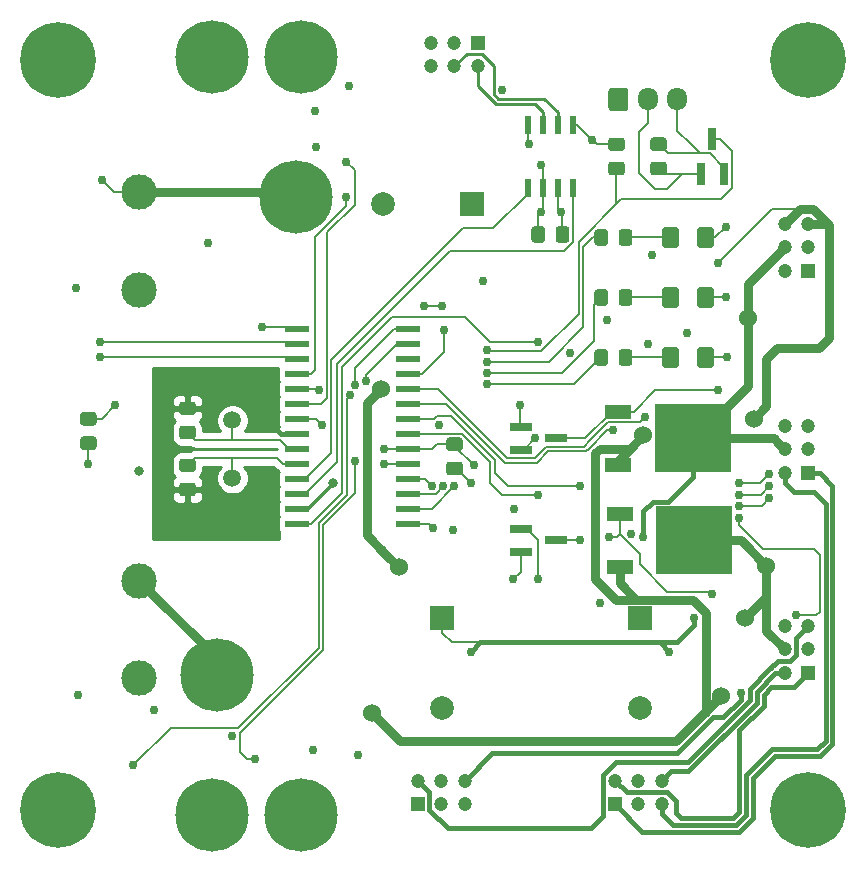
<source format=gtl>
G04 #@! TF.GenerationSoftware,KiCad,Pcbnew,(5.1.6)-1*
G04 #@! TF.CreationDate,2020-10-05T11:52:13-04:00*
G04 #@! TF.ProjectId,recovery_CAN,7265636f-7665-4727-995f-43414e2e6b69,rev?*
G04 #@! TF.SameCoordinates,Original*
G04 #@! TF.FileFunction,Copper,L1,Top*
G04 #@! TF.FilePolarity,Positive*
%FSLAX46Y46*%
G04 Gerber Fmt 4.6, Leading zero omitted, Abs format (unit mm)*
G04 Created by KiCad (PCBNEW (5.1.6)-1) date 2020-10-05 11:52:13*
%MOMM*%
%LPD*%
G01*
G04 APERTURE LIST*
G04 #@! TA.AperFunction,ComponentPad*
%ADD10C,1.500000*%
G04 #@! TD*
G04 #@! TA.AperFunction,ComponentPad*
%ADD11C,3.000000*%
G04 #@! TD*
G04 #@! TA.AperFunction,ComponentPad*
%ADD12C,2.000000*%
G04 #@! TD*
G04 #@! TA.AperFunction,ComponentPad*
%ADD13R,2.000000X2.000000*%
G04 #@! TD*
G04 #@! TA.AperFunction,SMDPad,CuDef*
%ADD14R,2.000000X0.600000*%
G04 #@! TD*
G04 #@! TA.AperFunction,ComponentPad*
%ADD15C,1.200000*%
G04 #@! TD*
G04 #@! TA.AperFunction,ComponentPad*
%ADD16R,1.200000X1.200000*%
G04 #@! TD*
G04 #@! TA.AperFunction,SMDPad,CuDef*
%ADD17R,0.600000X1.550000*%
G04 #@! TD*
G04 #@! TA.AperFunction,SMDPad,CuDef*
%ADD18R,1.900000X0.800000*%
G04 #@! TD*
G04 #@! TA.AperFunction,SMDPad,CuDef*
%ADD19R,6.400000X5.800000*%
G04 #@! TD*
G04 #@! TA.AperFunction,SMDPad,CuDef*
%ADD20R,2.200000X1.200000*%
G04 #@! TD*
G04 #@! TA.AperFunction,ComponentPad*
%ADD21C,6.197600*%
G04 #@! TD*
G04 #@! TA.AperFunction,SMDPad,CuDef*
%ADD22R,0.800000X1.900000*%
G04 #@! TD*
G04 #@! TA.AperFunction,ComponentPad*
%ADD23C,6.400000*%
G04 #@! TD*
G04 #@! TA.AperFunction,ComponentPad*
%ADD24O,1.700000X1.950000*%
G04 #@! TD*
G04 #@! TA.AperFunction,ViaPad*
%ADD25C,0.762000*%
G04 #@! TD*
G04 #@! TA.AperFunction,ViaPad*
%ADD26C,1.524000*%
G04 #@! TD*
G04 #@! TA.AperFunction,ViaPad*
%ADD27C,0.800000*%
G04 #@! TD*
G04 #@! TA.AperFunction,Conductor*
%ADD28C,0.203200*%
G04 #@! TD*
G04 #@! TA.AperFunction,Conductor*
%ADD29C,0.762000*%
G04 #@! TD*
G04 #@! TA.AperFunction,Conductor*
%ADD30C,0.381000*%
G04 #@! TD*
G04 #@! TA.AperFunction,Conductor*
%ADD31C,0.250000*%
G04 #@! TD*
G04 #@! TA.AperFunction,Conductor*
%ADD32C,0.254000*%
G04 #@! TD*
G04 APERTURE END LIST*
D10*
X197612000Y-95304000D03*
X197612000Y-90424000D03*
D11*
X189738000Y-104018000D03*
X189738000Y-112268000D03*
D12*
X210332000Y-72136000D03*
D13*
X217932000Y-72136000D03*
D14*
X212472000Y-82677000D03*
X212472000Y-83947000D03*
X212472000Y-85217000D03*
X212472000Y-86487000D03*
X212472000Y-87757000D03*
X212472000Y-89027000D03*
X212472000Y-90297000D03*
X212472000Y-91567000D03*
X212472000Y-92837000D03*
X212472000Y-94107000D03*
X212472000Y-95377000D03*
X212472000Y-96647000D03*
X212472000Y-97917000D03*
X212472000Y-99187000D03*
X203072000Y-99187000D03*
X203072000Y-97917000D03*
X203072000Y-96647000D03*
X203072000Y-95377000D03*
X203072000Y-94107000D03*
X203072000Y-92837000D03*
X203072000Y-91567000D03*
X203072000Y-90297000D03*
X203072000Y-89027000D03*
X203072000Y-87757000D03*
X203072000Y-86487000D03*
X203072000Y-85217000D03*
X203072000Y-83947000D03*
X203072000Y-82677000D03*
D15*
X244364000Y-94876000D03*
X244364000Y-92876000D03*
X244364000Y-90876000D03*
X246364000Y-90876000D03*
D16*
X246364000Y-94876000D03*
D15*
X246364000Y-92876000D03*
G04 #@! TA.AperFunction,SMDPad,CuDef*
G36*
G01*
X236958500Y-80635000D02*
X236958500Y-79385000D01*
G75*
G02*
X237208500Y-79135000I250000J0D01*
G01*
X238133500Y-79135000D01*
G75*
G02*
X238383500Y-79385000I0J-250000D01*
G01*
X238383500Y-80635000D01*
G75*
G02*
X238133500Y-80885000I-250000J0D01*
G01*
X237208500Y-80885000D01*
G75*
G02*
X236958500Y-80635000I0J250000D01*
G01*
G37*
G04 #@! TD.AperFunction*
G04 #@! TA.AperFunction,SMDPad,CuDef*
G36*
G01*
X233983500Y-80635000D02*
X233983500Y-79385000D01*
G75*
G02*
X234233500Y-79135000I250000J0D01*
G01*
X235158500Y-79135000D01*
G75*
G02*
X235408500Y-79385000I0J-250000D01*
G01*
X235408500Y-80635000D01*
G75*
G02*
X235158500Y-80885000I-250000J0D01*
G01*
X234233500Y-80885000D01*
G75*
G02*
X233983500Y-80635000I0J250000D01*
G01*
G37*
G04 #@! TD.AperFunction*
G04 #@! TA.AperFunction,SMDPad,CuDef*
G36*
G01*
X236958500Y-75555000D02*
X236958500Y-74305000D01*
G75*
G02*
X237208500Y-74055000I250000J0D01*
G01*
X238133500Y-74055000D01*
G75*
G02*
X238383500Y-74305000I0J-250000D01*
G01*
X238383500Y-75555000D01*
G75*
G02*
X238133500Y-75805000I-250000J0D01*
G01*
X237208500Y-75805000D01*
G75*
G02*
X236958500Y-75555000I0J250000D01*
G01*
G37*
G04 #@! TD.AperFunction*
G04 #@! TA.AperFunction,SMDPad,CuDef*
G36*
G01*
X233983500Y-75555000D02*
X233983500Y-74305000D01*
G75*
G02*
X234233500Y-74055000I250000J0D01*
G01*
X235158500Y-74055000D01*
G75*
G02*
X235408500Y-74305000I0J-250000D01*
G01*
X235408500Y-75555000D01*
G75*
G02*
X235158500Y-75805000I-250000J0D01*
G01*
X234233500Y-75805000D01*
G75*
G02*
X233983500Y-75555000I0J250000D01*
G01*
G37*
G04 #@! TD.AperFunction*
G04 #@! TA.AperFunction,SMDPad,CuDef*
G36*
G01*
X236958500Y-85715000D02*
X236958500Y-84465000D01*
G75*
G02*
X237208500Y-84215000I250000J0D01*
G01*
X238133500Y-84215000D01*
G75*
G02*
X238383500Y-84465000I0J-250000D01*
G01*
X238383500Y-85715000D01*
G75*
G02*
X238133500Y-85965000I-250000J0D01*
G01*
X237208500Y-85965000D01*
G75*
G02*
X236958500Y-85715000I0J250000D01*
G01*
G37*
G04 #@! TD.AperFunction*
G04 #@! TA.AperFunction,SMDPad,CuDef*
G36*
G01*
X233983500Y-85715000D02*
X233983500Y-84465000D01*
G75*
G02*
X234233500Y-84215000I250000J0D01*
G01*
X235158500Y-84215000D01*
G75*
G02*
X235408500Y-84465000I0J-250000D01*
G01*
X235408500Y-85715000D01*
G75*
G02*
X235158500Y-85965000I-250000J0D01*
G01*
X234233500Y-85965000D01*
G75*
G02*
X233983500Y-85715000I0J250000D01*
G01*
G37*
G04 #@! TD.AperFunction*
G04 #@! TA.AperFunction,SMDPad,CuDef*
G36*
G01*
X194252001Y-89974000D02*
X193351999Y-89974000D01*
G75*
G02*
X193102000Y-89724001I0J249999D01*
G01*
X193102000Y-89073999D01*
G75*
G02*
X193351999Y-88824000I249999J0D01*
G01*
X194252001Y-88824000D01*
G75*
G02*
X194502000Y-89073999I0J-249999D01*
G01*
X194502000Y-89724001D01*
G75*
G02*
X194252001Y-89974000I-249999J0D01*
G01*
G37*
G04 #@! TD.AperFunction*
G04 #@! TA.AperFunction,SMDPad,CuDef*
G36*
G01*
X194252001Y-92024000D02*
X193351999Y-92024000D01*
G75*
G02*
X193102000Y-91774001I0J249999D01*
G01*
X193102000Y-91123999D01*
G75*
G02*
X193351999Y-90874000I249999J0D01*
G01*
X194252001Y-90874000D01*
G75*
G02*
X194502000Y-91123999I0J-249999D01*
G01*
X194502000Y-91774001D01*
G75*
G02*
X194252001Y-92024000I-249999J0D01*
G01*
G37*
G04 #@! TD.AperFunction*
G04 #@! TA.AperFunction,SMDPad,CuDef*
G36*
G01*
X193351999Y-95700000D02*
X194252001Y-95700000D01*
G75*
G02*
X194502000Y-95949999I0J-249999D01*
G01*
X194502000Y-96600001D01*
G75*
G02*
X194252001Y-96850000I-249999J0D01*
G01*
X193351999Y-96850000D01*
G75*
G02*
X193102000Y-96600001I0J249999D01*
G01*
X193102000Y-95949999D01*
G75*
G02*
X193351999Y-95700000I249999J0D01*
G01*
G37*
G04 #@! TD.AperFunction*
G04 #@! TA.AperFunction,SMDPad,CuDef*
G36*
G01*
X193351999Y-93650000D02*
X194252001Y-93650000D01*
G75*
G02*
X194502000Y-93899999I0J-249999D01*
G01*
X194502000Y-94550001D01*
G75*
G02*
X194252001Y-94800000I-249999J0D01*
G01*
X193351999Y-94800000D01*
G75*
G02*
X193102000Y-94550001I0J249999D01*
G01*
X193102000Y-93899999D01*
G75*
G02*
X193351999Y-93650000I249999J0D01*
G01*
G37*
G04 #@! TD.AperFunction*
G04 #@! TA.AperFunction,SMDPad,CuDef*
G36*
G01*
X224077000Y-74225999D02*
X224077000Y-75126001D01*
G75*
G02*
X223827001Y-75376000I-249999J0D01*
G01*
X223176999Y-75376000D01*
G75*
G02*
X222927000Y-75126001I0J249999D01*
G01*
X222927000Y-74225999D01*
G75*
G02*
X223176999Y-73976000I249999J0D01*
G01*
X223827001Y-73976000D01*
G75*
G02*
X224077000Y-74225999I0J-249999D01*
G01*
G37*
G04 #@! TD.AperFunction*
G04 #@! TA.AperFunction,SMDPad,CuDef*
G36*
G01*
X226127000Y-74225999D02*
X226127000Y-75126001D01*
G75*
G02*
X225877001Y-75376000I-249999J0D01*
G01*
X225226999Y-75376000D01*
G75*
G02*
X224977000Y-75126001I0J249999D01*
G01*
X224977000Y-74225999D01*
G75*
G02*
X225226999Y-73976000I249999J0D01*
G01*
X225877001Y-73976000D01*
G75*
G02*
X226127000Y-74225999I0J-249999D01*
G01*
G37*
G04 #@! TD.AperFunction*
G04 #@! TA.AperFunction,SMDPad,CuDef*
G36*
G01*
X216858001Y-93013000D02*
X215957999Y-93013000D01*
G75*
G02*
X215708000Y-92763001I0J249999D01*
G01*
X215708000Y-92112999D01*
G75*
G02*
X215957999Y-91863000I249999J0D01*
G01*
X216858001Y-91863000D01*
G75*
G02*
X217108000Y-92112999I0J-249999D01*
G01*
X217108000Y-92763001D01*
G75*
G02*
X216858001Y-93013000I-249999J0D01*
G01*
G37*
G04 #@! TD.AperFunction*
G04 #@! TA.AperFunction,SMDPad,CuDef*
G36*
G01*
X216858001Y-95063000D02*
X215957999Y-95063000D01*
G75*
G02*
X215708000Y-94813001I0J249999D01*
G01*
X215708000Y-94162999D01*
G75*
G02*
X215957999Y-93913000I249999J0D01*
G01*
X216858001Y-93913000D01*
G75*
G02*
X217108000Y-94162999I0J-249999D01*
G01*
X217108000Y-94813001D01*
G75*
G02*
X216858001Y-95063000I-249999J0D01*
G01*
G37*
G04 #@! TD.AperFunction*
D17*
X222631000Y-65372000D03*
X223901000Y-65372000D03*
X225171000Y-65372000D03*
X226441000Y-65372000D03*
X226441000Y-70772000D03*
X225171000Y-70772000D03*
X223901000Y-70772000D03*
X222631000Y-70772000D03*
G04 #@! TA.AperFunction,SMDPad,CuDef*
G36*
G01*
X229411000Y-74479999D02*
X229411000Y-75380001D01*
G75*
G02*
X229161001Y-75630000I-249999J0D01*
G01*
X228510999Y-75630000D01*
G75*
G02*
X228261000Y-75380001I0J249999D01*
G01*
X228261000Y-74479999D01*
G75*
G02*
X228510999Y-74230000I249999J0D01*
G01*
X229161001Y-74230000D01*
G75*
G02*
X229411000Y-74479999I0J-249999D01*
G01*
G37*
G04 #@! TD.AperFunction*
G04 #@! TA.AperFunction,SMDPad,CuDef*
G36*
G01*
X231461000Y-74479999D02*
X231461000Y-75380001D01*
G75*
G02*
X231211001Y-75630000I-249999J0D01*
G01*
X230560999Y-75630000D01*
G75*
G02*
X230311000Y-75380001I0J249999D01*
G01*
X230311000Y-74479999D01*
G75*
G02*
X230560999Y-74230000I249999J0D01*
G01*
X231211001Y-74230000D01*
G75*
G02*
X231461000Y-74479999I0J-249999D01*
G01*
G37*
G04 #@! TD.AperFunction*
G04 #@! TA.AperFunction,SMDPad,CuDef*
G36*
G01*
X229411000Y-79559999D02*
X229411000Y-80460001D01*
G75*
G02*
X229161001Y-80710000I-249999J0D01*
G01*
X228510999Y-80710000D01*
G75*
G02*
X228261000Y-80460001I0J249999D01*
G01*
X228261000Y-79559999D01*
G75*
G02*
X228510999Y-79310000I249999J0D01*
G01*
X229161001Y-79310000D01*
G75*
G02*
X229411000Y-79559999I0J-249999D01*
G01*
G37*
G04 #@! TD.AperFunction*
G04 #@! TA.AperFunction,SMDPad,CuDef*
G36*
G01*
X231461000Y-79559999D02*
X231461000Y-80460001D01*
G75*
G02*
X231211001Y-80710000I-249999J0D01*
G01*
X230560999Y-80710000D01*
G75*
G02*
X230311000Y-80460001I0J249999D01*
G01*
X230311000Y-79559999D01*
G75*
G02*
X230560999Y-79310000I249999J0D01*
G01*
X231211001Y-79310000D01*
G75*
G02*
X231461000Y-79559999I0J-249999D01*
G01*
G37*
G04 #@! TD.AperFunction*
G04 #@! TA.AperFunction,SMDPad,CuDef*
G36*
G01*
X229411000Y-84639999D02*
X229411000Y-85540001D01*
G75*
G02*
X229161001Y-85790000I-249999J0D01*
G01*
X228510999Y-85790000D01*
G75*
G02*
X228261000Y-85540001I0J249999D01*
G01*
X228261000Y-84639999D01*
G75*
G02*
X228510999Y-84390000I249999J0D01*
G01*
X229161001Y-84390000D01*
G75*
G02*
X229411000Y-84639999I0J-249999D01*
G01*
G37*
G04 #@! TD.AperFunction*
G04 #@! TA.AperFunction,SMDPad,CuDef*
G36*
G01*
X231461000Y-84639999D02*
X231461000Y-85540001D01*
G75*
G02*
X231211001Y-85790000I-249999J0D01*
G01*
X230560999Y-85790000D01*
G75*
G02*
X230311000Y-85540001I0J249999D01*
G01*
X230311000Y-84639999D01*
G75*
G02*
X230560999Y-84390000I249999J0D01*
G01*
X231211001Y-84390000D01*
G75*
G02*
X231461000Y-84639999I0J-249999D01*
G01*
G37*
G04 #@! TD.AperFunction*
G04 #@! TA.AperFunction,SMDPad,CuDef*
G36*
G01*
X234130001Y-67613000D02*
X233229999Y-67613000D01*
G75*
G02*
X232980000Y-67363001I0J249999D01*
G01*
X232980000Y-66712999D01*
G75*
G02*
X233229999Y-66463000I249999J0D01*
G01*
X234130001Y-66463000D01*
G75*
G02*
X234380000Y-66712999I0J-249999D01*
G01*
X234380000Y-67363001D01*
G75*
G02*
X234130001Y-67613000I-249999J0D01*
G01*
G37*
G04 #@! TD.AperFunction*
G04 #@! TA.AperFunction,SMDPad,CuDef*
G36*
G01*
X234130001Y-69663000D02*
X233229999Y-69663000D01*
G75*
G02*
X232980000Y-69413001I0J249999D01*
G01*
X232980000Y-68762999D01*
G75*
G02*
X233229999Y-68513000I249999J0D01*
G01*
X234130001Y-68513000D01*
G75*
G02*
X234380000Y-68762999I0J-249999D01*
G01*
X234380000Y-69413001D01*
G75*
G02*
X234130001Y-69663000I-249999J0D01*
G01*
G37*
G04 #@! TD.AperFunction*
G04 #@! TA.AperFunction,SMDPad,CuDef*
G36*
G01*
X185870001Y-90872000D02*
X184969999Y-90872000D01*
G75*
G02*
X184720000Y-90622001I0J249999D01*
G01*
X184720000Y-89971999D01*
G75*
G02*
X184969999Y-89722000I249999J0D01*
G01*
X185870001Y-89722000D01*
G75*
G02*
X186120000Y-89971999I0J-249999D01*
G01*
X186120000Y-90622001D01*
G75*
G02*
X185870001Y-90872000I-249999J0D01*
G01*
G37*
G04 #@! TD.AperFunction*
G04 #@! TA.AperFunction,SMDPad,CuDef*
G36*
G01*
X185870001Y-92922000D02*
X184969999Y-92922000D01*
G75*
G02*
X184720000Y-92672001I0J249999D01*
G01*
X184720000Y-92021999D01*
G75*
G02*
X184969999Y-91772000I249999J0D01*
G01*
X185870001Y-91772000D01*
G75*
G02*
X186120000Y-92021999I0J-249999D01*
G01*
X186120000Y-92672001D01*
G75*
G02*
X185870001Y-92922000I-249999J0D01*
G01*
G37*
G04 #@! TD.AperFunction*
G04 #@! TA.AperFunction,SMDPad,CuDef*
G36*
G01*
X229673999Y-68522000D02*
X230574001Y-68522000D01*
G75*
G02*
X230824000Y-68771999I0J-249999D01*
G01*
X230824000Y-69422001D01*
G75*
G02*
X230574001Y-69672000I-249999J0D01*
G01*
X229673999Y-69672000D01*
G75*
G02*
X229424000Y-69422001I0J249999D01*
G01*
X229424000Y-68771999D01*
G75*
G02*
X229673999Y-68522000I249999J0D01*
G01*
G37*
G04 #@! TD.AperFunction*
G04 #@! TA.AperFunction,SMDPad,CuDef*
G36*
G01*
X229673999Y-66472000D02*
X230574001Y-66472000D01*
G75*
G02*
X230824000Y-66721999I0J-249999D01*
G01*
X230824000Y-67372001D01*
G75*
G02*
X230574001Y-67622000I-249999J0D01*
G01*
X229673999Y-67622000D01*
G75*
G02*
X229424000Y-67372001I0J249999D01*
G01*
X229424000Y-66721999D01*
G75*
G02*
X229673999Y-66472000I249999J0D01*
G01*
G37*
G04 #@! TD.AperFunction*
D18*
X225020000Y-100584000D03*
X222020000Y-101534000D03*
X222020000Y-99634000D03*
X225020000Y-91948000D03*
X222020000Y-92898000D03*
X222020000Y-90998000D03*
D19*
X236728000Y-100584000D03*
D20*
X230428000Y-102864000D03*
X230428000Y-98304000D03*
D19*
X236577000Y-91949000D03*
D20*
X230277000Y-94229000D03*
X230277000Y-89669000D03*
D15*
X218408000Y-60452000D03*
X216408000Y-60452000D03*
X214408000Y-60452000D03*
X214408000Y-58452000D03*
D16*
X218408000Y-58452000D03*
D15*
X216408000Y-58452000D03*
D21*
X195854320Y-59690000D03*
X203004420Y-71490840D03*
X203454000Y-59690000D03*
X203443840Y-123799600D03*
X196293740Y-111998760D03*
X195844160Y-123799600D03*
D15*
X244364000Y-77780000D03*
X244364000Y-75780000D03*
X244364000Y-73780000D03*
X246364000Y-73780000D03*
D16*
X246364000Y-77780000D03*
D15*
X246364000Y-75780000D03*
X244364000Y-111816000D03*
X244364000Y-109816000D03*
X244364000Y-107816000D03*
X246364000Y-107816000D03*
D16*
X246364000Y-111816000D03*
D15*
X246364000Y-109816000D03*
X213304000Y-120920000D03*
X215304000Y-120920000D03*
X217304000Y-120920000D03*
X217304000Y-122920000D03*
D16*
X213304000Y-122920000D03*
D15*
X215304000Y-122920000D03*
X229990000Y-120920000D03*
X231990000Y-120920000D03*
X233990000Y-120920000D03*
X233990000Y-122920000D03*
D16*
X229990000Y-122920000D03*
D15*
X231990000Y-122920000D03*
D11*
X189738000Y-71125000D03*
X189738000Y-79375000D03*
D12*
X232156000Y-114788000D03*
D13*
X232156000Y-107188000D03*
D12*
X215392000Y-114788000D03*
D13*
X215392000Y-107188000D03*
D22*
X238252000Y-66572000D03*
X239202000Y-69572000D03*
X237302000Y-69572000D03*
D23*
X246380000Y-59944000D03*
X182880000Y-59944000D03*
X182880000Y-123444000D03*
X246380000Y-123444000D03*
G04 #@! TA.AperFunction,ComponentPad*
G36*
G01*
X229441000Y-63971000D02*
X229441000Y-62521000D01*
G75*
G02*
X229691000Y-62271000I250000J0D01*
G01*
X230891000Y-62271000D01*
G75*
G02*
X231141000Y-62521000I0J-250000D01*
G01*
X231141000Y-63971000D01*
G75*
G02*
X230891000Y-64221000I-250000J0D01*
G01*
X229691000Y-64221000D01*
G75*
G02*
X229441000Y-63971000I0J250000D01*
G01*
G37*
G04 #@! TD.AperFunction*
D24*
X232791000Y-63246000D03*
X235291000Y-63246000D03*
D25*
X219202000Y-84489991D03*
X214630000Y-99568000D03*
D26*
X239014000Y-113792000D03*
X232410000Y-91694000D03*
X209423000Y-115189000D03*
D25*
X238760000Y-77089000D03*
D26*
X241735000Y-90297000D03*
D25*
X223266000Y-91948000D03*
X222758000Y-67056000D03*
X223774000Y-68834000D03*
X199390000Y-97790000D03*
X197485000Y-97790000D03*
X195580000Y-97790000D03*
X193675000Y-97790000D03*
X192024000Y-96520000D03*
X192024000Y-94615000D03*
X192024000Y-92710000D03*
X192024000Y-90805000D03*
X192024000Y-88900000D03*
X193675000Y-87630000D03*
X195580000Y-87630000D03*
X197485000Y-87630000D03*
X199390000Y-88265000D03*
X200660000Y-88265000D03*
X200660000Y-95250000D03*
X221361000Y-103886000D03*
X184531000Y-113665000D03*
X191008000Y-114935000D03*
X197564400Y-117143003D03*
X216281000Y-99695000D03*
X215138000Y-90805000D03*
X210439000Y-94107000D03*
X217805000Y-95758000D03*
X223774000Y-72771000D03*
X229362000Y-81915000D03*
X226187000Y-84709000D03*
X232791000Y-83947000D03*
X236093000Y-83058000D03*
X204597000Y-64262000D03*
X207518000Y-62103000D03*
X195580000Y-75438000D03*
X184404000Y-79248000D03*
X228727000Y-105918000D03*
X218821000Y-78613000D03*
X208280000Y-118745000D03*
X204724000Y-67310000D03*
X220472000Y-62484000D03*
X233172000Y-76454000D03*
D27*
X189738000Y-94742000D03*
D25*
X204470000Y-118364000D03*
X185420000Y-94107000D03*
X210439000Y-92837000D03*
X218059000Y-94234000D03*
X231394000Y-100009210D03*
X239442600Y-85090000D03*
X239395000Y-80010000D03*
X239395000Y-74041000D03*
X225425000Y-72771000D03*
X228092000Y-66675000D03*
X221488000Y-97917000D03*
X200152000Y-82550000D03*
X187706000Y-89154000D03*
X186436000Y-83820000D03*
X186436000Y-85090000D03*
D27*
X206121000Y-95758000D03*
D25*
X219202000Y-87376000D03*
X216408000Y-96012000D03*
X219202000Y-86413997D03*
X215444327Y-96010330D03*
X219202000Y-85451994D03*
X214482329Y-95964400D03*
X223520000Y-96774000D03*
X227076000Y-96012000D03*
X229870000Y-91253201D03*
X232537000Y-90170000D03*
X208915000Y-87122000D03*
X207952997Y-87410201D03*
X223520000Y-103886000D03*
X221996000Y-89154000D03*
X238760000Y-87884000D03*
X229489000Y-100330000D03*
X227076000Y-100584000D03*
X238252000Y-105156000D03*
X240538000Y-95758000D03*
X243078000Y-94996000D03*
X243078000Y-96012000D03*
X240538000Y-96720003D03*
D26*
X241046000Y-107188000D03*
X242824000Y-102718000D03*
D25*
X217805000Y-109991500D03*
X232410000Y-100330000D03*
X236728000Y-107188000D03*
X234569000Y-109991500D03*
D26*
X241300001Y-81787999D03*
D25*
X240646737Y-113519737D03*
X243078000Y-97028000D03*
X240538000Y-97682006D03*
X240538000Y-98644009D03*
X245364000Y-106934000D03*
X213868000Y-80772000D03*
X215392000Y-80772000D03*
X215519000Y-82804000D03*
D26*
X210185000Y-87757000D03*
X211709000Y-102870000D03*
D25*
X186563000Y-70104000D03*
X223520000Y-83820000D03*
X207264000Y-71501000D03*
X207572008Y-88293544D03*
X189230000Y-119634000D03*
X204908190Y-87813411D03*
X205232000Y-90805000D03*
X208026000Y-93853000D03*
X199517000Y-119126000D03*
X207264000Y-68580000D03*
D28*
X230124000Y-69772000D02*
X230124000Y-69097000D01*
X230124000Y-72086902D02*
X230124000Y-69772000D01*
X238855200Y-66572000D02*
X238252000Y-66572000D01*
X239903601Y-67620401D02*
X238855200Y-66572000D01*
X239903601Y-70763281D02*
X239903601Y-67620401D01*
X238985281Y-71681601D02*
X239903601Y-70763281D01*
X230529301Y-71681601D02*
X238985281Y-71681601D01*
X214249000Y-99187000D02*
X212472000Y-99187000D01*
X214630000Y-99568000D02*
X214249000Y-99187000D01*
X226926790Y-75284112D02*
X230353451Y-71857451D01*
X226926790Y-81429210D02*
X226926790Y-75284112D01*
X230353451Y-71857451D02*
X230529301Y-71681601D01*
X230124000Y-72086902D02*
X230353451Y-71857451D01*
X219294009Y-84582000D02*
X223774000Y-84582000D01*
X219202000Y-84489991D02*
X219294009Y-84582000D01*
X223774000Y-84582000D02*
X226926790Y-81429210D01*
D29*
X235204000Y-117602000D02*
X237490000Y-115316000D01*
X237690001Y-115115999D02*
X237490000Y-115316000D01*
X237690001Y-106726239D02*
X237690001Y-115115999D01*
X236570761Y-105606999D02*
X237690001Y-106726239D01*
X230428000Y-104226000D02*
X231808999Y-105606999D01*
X230428000Y-102864000D02*
X230428000Y-104226000D01*
X237490000Y-115316000D02*
X239014000Y-113792000D01*
X230277000Y-94229000D02*
X230277000Y-93827000D01*
X211836000Y-117602000D02*
X235204000Y-117602000D01*
X209423000Y-115189000D02*
X211836000Y-117602000D01*
X231267000Y-92837000D02*
X232410000Y-91694000D01*
X230277000Y-93827000D02*
X231267000Y-92837000D01*
X230066999Y-105606999D02*
X232479999Y-105606999D01*
X228346000Y-103886000D02*
X230066999Y-105606999D01*
X232479999Y-105606999D02*
X236570761Y-105606999D01*
X228346000Y-93205804D02*
X228346000Y-103886000D01*
X231808999Y-105606999D02*
X232479999Y-105606999D01*
X231267000Y-92837000D02*
X228714804Y-92837000D01*
X228714804Y-92837000D02*
X228346000Y-93205804D01*
X248158000Y-73914000D02*
X246761000Y-72517000D01*
X246761000Y-72517000D02*
X245627000Y-72517000D01*
X248024000Y-73780000D02*
X248158000Y-73914000D01*
X246364000Y-73780000D02*
X248024000Y-73780000D01*
D28*
X245627000Y-72517000D02*
X243332000Y-72517000D01*
X243332000Y-72517000D02*
X238760000Y-77089000D01*
D29*
X245627000Y-72517000D02*
X244364000Y-73780000D01*
X241735000Y-90297000D02*
X242824000Y-89208000D01*
X242824000Y-89208000D02*
X242824000Y-85217000D01*
X242824000Y-85217000D02*
X243713000Y-84328000D01*
X243713000Y-84328000D02*
X247269000Y-84328000D01*
X248158000Y-83439000D02*
X248158000Y-73914000D01*
X247269000Y-84328000D02*
X248158000Y-83439000D01*
D28*
X222020000Y-92898000D02*
X222316000Y-92898000D01*
X222316000Y-92898000D02*
X223266000Y-91948000D01*
X222631000Y-65372000D02*
X222631000Y-66929000D01*
X222631000Y-66929000D02*
X222758000Y-67056000D01*
X223901000Y-70772000D02*
X223901000Y-68961000D01*
X223901000Y-68961000D02*
X223774000Y-68834000D01*
D30*
X201691000Y-91567000D02*
X198770000Y-88646000D01*
X203072000Y-91567000D02*
X201691000Y-91567000D01*
X198770000Y-88646000D02*
X196342000Y-88646000D01*
X196342000Y-88646000D02*
X195580000Y-89408000D01*
X195571000Y-89399000D02*
X193802000Y-89399000D01*
X195580000Y-89408000D02*
X195571000Y-89399000D01*
D28*
X222020000Y-101534000D02*
X222020000Y-103227000D01*
X222020000Y-103227000D02*
X221361000Y-103886000D01*
X212472000Y-94107000D02*
X210439000Y-94107000D01*
X216408000Y-94488000D02*
X216535000Y-94488000D01*
X216535000Y-94488000D02*
X217805000Y-95758000D01*
X223502000Y-74676000D02*
X223502000Y-73043000D01*
X223502000Y-73043000D02*
X223774000Y-72771000D01*
X223901000Y-72644000D02*
X223774000Y-72771000D01*
X223901000Y-70772000D02*
X223901000Y-72644000D01*
X212472000Y-92837000D02*
X214503000Y-92837000D01*
X214902000Y-92438000D02*
X216408000Y-92438000D01*
X214503000Y-92837000D02*
X214902000Y-92438000D01*
X185420000Y-92347000D02*
X185420000Y-94107000D01*
X212472000Y-92837000D02*
X210439000Y-92837000D01*
X216408000Y-92438000D02*
X216408000Y-92583000D01*
X216408000Y-92583000D02*
X218059000Y-94234000D01*
X237671000Y-85090000D02*
X239442600Y-85090000D01*
X237671000Y-80010000D02*
X239395000Y-80010000D01*
X237671000Y-74930000D02*
X238506000Y-74930000D01*
X238506000Y-74930000D02*
X239395000Y-74041000D01*
X225171000Y-70772000D02*
X225171000Y-72517000D01*
X225171000Y-72517000D02*
X225425000Y-72771000D01*
X225552000Y-72898000D02*
X225425000Y-72771000D01*
X225552000Y-74676000D02*
X225552000Y-72898000D01*
X230124000Y-67047000D02*
X228464000Y-67047000D01*
X228464000Y-67047000D02*
X228092000Y-66675000D01*
X226789000Y-65372000D02*
X228092000Y-66675000D01*
X226441000Y-65372000D02*
X226789000Y-65372000D01*
X230886000Y-80010000D02*
X234696000Y-80010000D01*
X230886000Y-74930000D02*
X234696000Y-74930000D01*
X230886000Y-85090000D02*
X234696000Y-85090000D01*
X202945000Y-82550000D02*
X203072000Y-82677000D01*
X200152000Y-82550000D02*
X202945000Y-82550000D01*
X185420000Y-90297000D02*
X186563000Y-90297000D01*
X186563000Y-90297000D02*
X187706000Y-89154000D01*
X202945000Y-83820000D02*
X203072000Y-83947000D01*
X186436000Y-83820000D02*
X202945000Y-83820000D01*
X202945000Y-85090000D02*
X203072000Y-85217000D01*
X186436000Y-85090000D02*
X202945000Y-85090000D01*
X194425372Y-92072372D02*
X193802000Y-91449000D01*
X202372000Y-92837000D02*
X201607372Y-92072372D01*
X203072000Y-92837000D02*
X202372000Y-92837000D01*
X197612000Y-90424000D02*
X197612000Y-92072372D01*
X201607372Y-92072372D02*
X197612000Y-92072372D01*
X197612000Y-92072372D02*
X194425372Y-92072372D01*
X193802000Y-94225000D02*
X194425372Y-93601628D01*
X201363428Y-93601628D02*
X197358000Y-93601628D01*
X201868800Y-94107000D02*
X201363428Y-93601628D01*
X203072000Y-94107000D02*
X201868800Y-94107000D01*
X194425372Y-93601628D02*
X197358000Y-93601628D01*
X197612000Y-95304000D02*
X197612000Y-93601628D01*
X197358000Y-93601628D02*
X197612000Y-93601628D01*
X197612000Y-93601628D02*
X198244372Y-93601628D01*
X222631000Y-71247000D02*
X219710000Y-74168000D01*
X222631000Y-70772000D02*
X222631000Y-71247000D01*
X219710000Y-74168000D02*
X217170000Y-74168000D01*
X217170000Y-74168000D02*
X205994000Y-85344000D01*
X203772000Y-95377000D02*
X203072000Y-95377000D01*
X205994000Y-93155000D02*
X203772000Y-95377000D01*
X205994000Y-85344000D02*
X205994000Y-93155000D01*
X203772000Y-96647000D02*
X203072000Y-96647000D01*
X206486198Y-93932802D02*
X203772000Y-96647000D01*
X206486198Y-85613802D02*
X206486198Y-93932802D01*
X226441000Y-75342098D02*
X225710098Y-76073000D01*
X225710098Y-76073000D02*
X216027000Y-76073000D01*
X226441000Y-70772000D02*
X226441000Y-75342098D01*
X206486198Y-85613802D02*
X216027000Y-76073000D01*
D31*
X203072000Y-97917000D02*
X203962000Y-97917000D01*
X203962000Y-97917000D02*
X206121000Y-95758000D01*
D28*
X226550000Y-87376000D02*
X219202000Y-87376000D01*
X228836000Y-85090000D02*
X226550000Y-87376000D01*
X214503000Y-97917000D02*
X212472000Y-97917000D01*
X216408000Y-96012000D02*
X214503000Y-97917000D01*
X228212628Y-80633372D02*
X228212628Y-83699372D01*
X228836000Y-80010000D02*
X228212628Y-80633372D01*
X225498003Y-86413997D02*
X219202000Y-86413997D01*
X228212628Y-83699372D02*
X225498003Y-86413997D01*
X214807657Y-96647000D02*
X212472000Y-96647000D01*
X215444327Y-96010330D02*
X214807657Y-96647000D01*
X227330000Y-75761000D02*
X227330000Y-82550000D01*
X224428006Y-85451994D02*
X227330000Y-82550000D01*
X228836000Y-74930000D02*
X228161000Y-74930000D01*
X219202000Y-85451994D02*
X224428006Y-85451994D01*
X228161000Y-74930000D02*
X227330000Y-75761000D01*
X213894929Y-95377000D02*
X212472000Y-95377000D01*
X214482329Y-95964400D02*
X213894929Y-95377000D01*
X217086488Y-91561390D02*
X219456000Y-93930902D01*
X213680810Y-91561390D02*
X217086488Y-91561390D01*
X212472000Y-91567000D02*
X213675200Y-91567000D01*
X213675200Y-91567000D02*
X213680810Y-91561390D01*
X219456000Y-93930902D02*
X219456000Y-95758000D01*
X219456000Y-95758000D02*
X220472000Y-96774000D01*
X220472000Y-96774000D02*
X223520000Y-96774000D01*
X219859209Y-93763887D02*
X219859209Y-94891209D01*
X219859209Y-94891209D02*
X220980000Y-96012000D01*
X220980000Y-96012000D02*
X227076000Y-96012000D01*
X216138322Y-90043000D02*
X216654161Y-90558839D01*
X214889750Y-90043000D02*
X216138322Y-90043000D01*
X214635750Y-90297000D02*
X214889750Y-90043000D01*
X212472000Y-90297000D02*
X214635750Y-90297000D01*
X216654161Y-90558839D02*
X219859209Y-93763887D01*
X216392322Y-90297000D02*
X216654161Y-90558839D01*
X215692546Y-89027000D02*
X220262419Y-93596872D01*
X212472000Y-89027000D02*
X215692546Y-89027000D01*
X220668357Y-94002810D02*
X223378296Y-94002810D01*
X220262419Y-93596872D02*
X220668357Y-94002810D01*
X223378296Y-94002810D02*
X224328295Y-93052811D01*
X227533638Y-93052811D02*
X227769833Y-92816615D01*
X224328295Y-93052811D02*
X227533638Y-93052811D01*
X227769833Y-92816615D02*
X229333247Y-91253201D01*
X229333247Y-91253201D02*
X229870000Y-91253201D01*
X214992771Y-87757000D02*
X220429434Y-93193663D01*
X212472000Y-87757000D02*
X214992771Y-87757000D01*
X220429434Y-93193663D02*
X220835372Y-93599601D01*
X223211281Y-93599601D02*
X224161281Y-92649601D01*
X220835372Y-93599601D02*
X223211281Y-93599601D01*
X224161281Y-92649601D02*
X227366623Y-92649601D01*
X227366623Y-92649601D02*
X227901210Y-92115014D01*
X232136399Y-90570601D02*
X232537000Y-90170000D01*
X227901210Y-92115014D02*
X229445623Y-90570601D01*
X229445623Y-90570601D02*
X232136399Y-90570601D01*
X208915000Y-86583185D02*
X211551185Y-83947000D01*
X211551185Y-83947000D02*
X212472000Y-83947000D01*
X208915000Y-87122000D02*
X208915000Y-86583185D01*
X211268800Y-82677000D02*
X212472000Y-82677000D01*
X207952997Y-85992803D02*
X211268800Y-82677000D01*
X207952997Y-87410201D02*
X207952997Y-85992803D01*
D31*
X225171000Y-64347000D02*
X225171000Y-65372000D01*
X224014002Y-63190002D02*
X225171000Y-64347000D01*
X220133119Y-63190001D02*
X224014002Y-63190002D01*
X216408000Y-60452000D02*
X217482999Y-59377001D01*
X217482999Y-59377001D02*
X218702003Y-59377001D01*
X218702003Y-59377001D02*
X219765999Y-60440997D01*
X219765999Y-62822881D02*
X220133119Y-63190001D01*
X219765999Y-60440997D02*
X219765999Y-62822881D01*
X218408000Y-62101292D02*
X219946719Y-63640011D01*
X218408000Y-60452000D02*
X218408000Y-62101292D01*
X223901000Y-64347000D02*
X223901000Y-65372000D01*
X223194011Y-63640011D02*
X223901000Y-64347000D01*
X219946719Y-63640011D02*
X223194011Y-63640011D01*
D28*
X223520000Y-100584000D02*
X223520000Y-103886000D01*
X222020000Y-99634000D02*
X222570000Y-99634000D01*
X222570000Y-99634000D02*
X223520000Y-100584000D01*
X221996000Y-90974000D02*
X222020000Y-90998000D01*
X221996000Y-89154000D02*
X221996000Y-90974000D01*
X227498000Y-91948000D02*
X225020000Y-91948000D01*
X230277000Y-89669000D02*
X229777000Y-89669000D01*
X229777000Y-89669000D02*
X227498000Y-91948000D01*
X233365200Y-87884000D02*
X238760000Y-87884000D01*
X230277000Y-89669000D02*
X231580200Y-89669000D01*
X231580200Y-89669000D02*
X233365200Y-87884000D01*
X225020000Y-100584000D02*
X227076000Y-100584000D01*
X238020389Y-104924389D02*
X238252000Y-105156000D01*
X230428000Y-100053460D02*
X232091745Y-101717205D01*
X230428000Y-98304000D02*
X230428000Y-100053460D01*
X232091745Y-101717205D02*
X232091745Y-102590627D01*
X234425507Y-104924389D02*
X238020389Y-104924389D01*
X232091745Y-102590627D02*
X234425507Y-104924389D01*
X230151460Y-100330000D02*
X229489000Y-100330000D01*
X230428000Y-100053460D02*
X230151460Y-100330000D01*
X242316000Y-95758000D02*
X243078000Y-94996000D01*
X240538000Y-95758000D02*
X242316000Y-95758000D01*
X242369997Y-96720003D02*
X240538000Y-96720003D01*
X243078000Y-96012000D02*
X242369997Y-96720003D01*
D30*
X232311019Y-125241019D02*
X229990000Y-122920000D01*
X240511323Y-125241019D02*
X232311019Y-125241019D01*
X241700018Y-124052326D02*
X240511323Y-125241019D01*
X241700019Y-120690653D02*
X241700018Y-124052326D01*
X243572662Y-118818010D02*
X241700019Y-120690653D01*
X247345000Y-94876000D02*
X248412000Y-95943000D01*
X246364000Y-94876000D02*
X247345000Y-94876000D01*
X247382662Y-118818010D02*
X243572662Y-118818010D01*
X248412000Y-95943000D02*
X248411999Y-117788673D01*
X248411999Y-117788673D02*
X247382662Y-118818010D01*
D29*
X240690000Y-100584000D02*
X242824000Y-102718000D01*
X236728000Y-100584000D02*
X240690000Y-100584000D01*
X242824000Y-108276000D02*
X244364000Y-109816000D01*
X242824000Y-105410000D02*
X242824000Y-104902000D01*
X241046000Y-107188000D02*
X242824000Y-105410000D01*
X242824000Y-104902000D02*
X242824000Y-108276000D01*
X242824000Y-102718000D02*
X242824000Y-103886000D01*
X242824000Y-103886000D02*
X242824000Y-104902000D01*
D28*
X216220800Y-109220000D02*
X218948000Y-109220000D01*
X215392000Y-108391200D02*
X216220800Y-109220000D01*
X215392000Y-107188000D02*
X215392000Y-108391200D01*
D29*
X236877000Y-91949000D02*
X236577000Y-91949000D01*
X241300001Y-87525999D02*
X236877000Y-91949000D01*
X241300001Y-81787999D02*
X241300001Y-87525999D01*
X243437000Y-91949000D02*
X243840000Y-92352000D01*
X243840000Y-92352000D02*
X244364000Y-92876000D01*
X236577000Y-91949000D02*
X243437000Y-91949000D01*
D30*
X218576500Y-109220000D02*
X219456000Y-109220000D01*
X217805000Y-109991500D02*
X218576500Y-109220000D01*
X218948000Y-109220000D02*
X219456000Y-109220000D01*
X234513501Y-97293499D02*
X233215599Y-97293499D01*
X233215599Y-97293499D02*
X232410000Y-98099098D01*
X232410000Y-98099098D02*
X232410000Y-100330000D01*
X236577000Y-95230000D02*
X234513501Y-97293499D01*
X236577000Y-91949000D02*
X236577000Y-95230000D01*
X219456000Y-109220000D02*
X232664000Y-109220000D01*
X235234815Y-109220000D02*
X233299000Y-109220000D01*
X236728000Y-107726815D02*
X235234815Y-109220000D01*
X236728000Y-107188000D02*
X236728000Y-107726815D01*
X232664000Y-109220000D02*
X233299000Y-109220000D01*
X233299000Y-109220000D02*
X233934000Y-109220000D01*
X233797500Y-109220000D02*
X233299000Y-109220000D01*
X234569000Y-109991500D02*
X233797500Y-109220000D01*
D29*
X241300001Y-78843999D02*
X244364000Y-75780000D01*
X241300001Y-81787999D02*
X241300001Y-78843999D01*
D30*
X233990000Y-123768528D02*
X233990000Y-122920000D01*
X247830990Y-97462990D02*
X247830990Y-117548010D01*
X244364000Y-95724528D02*
X245159472Y-96520000D01*
X246888000Y-96520000D02*
X247830990Y-97462990D01*
X247142000Y-118237000D02*
X243332000Y-118237000D01*
X245159472Y-96520000D02*
X246888000Y-96520000D01*
X247830990Y-117548010D02*
X247142000Y-118237000D01*
X240270662Y-124660010D02*
X234881481Y-124660009D01*
X244364000Y-94876000D02*
X244364000Y-95724528D01*
X234881481Y-124660009D02*
X233990000Y-123768528D01*
X243332000Y-118237000D02*
X241119010Y-120449990D01*
X241119010Y-120449990D02*
X241119009Y-123811663D01*
X241119009Y-123811663D02*
X240270662Y-124660010D01*
X239135289Y-115570000D02*
X238327078Y-115570000D01*
X240646737Y-113519737D02*
X240646737Y-114058552D01*
X240646737Y-114058552D02*
X239135289Y-115570000D01*
X238327078Y-115570000D02*
X235279078Y-118618000D01*
X219606000Y-118618000D02*
X230759000Y-118618000D01*
X217304000Y-120920000D02*
X219606000Y-118618000D01*
X235279078Y-118618000D02*
X230759000Y-118618000D01*
X230759000Y-118618000D02*
X230004386Y-118618000D01*
X243573326Y-111816000D02*
X241999248Y-113390078D01*
X244364000Y-111816000D02*
X243573326Y-111816000D01*
X241999247Y-114349386D02*
X236206633Y-120142000D01*
X241999248Y-113390078D02*
X241999247Y-114349386D01*
X234768000Y-120142000D02*
X233990000Y-120920000D01*
X236206633Y-120142000D02*
X234768000Y-120142000D01*
X213903999Y-121519999D02*
X213304000Y-120920000D01*
X214294501Y-121910501D02*
X213903999Y-121519999D01*
X214294501Y-123376443D02*
X214294501Y-121910501D01*
X215886058Y-124968000D02*
X214294501Y-123376443D01*
D28*
X242423994Y-97682006D02*
X240538000Y-97682006D01*
X243078000Y-97028000D02*
X242423994Y-97682006D01*
D30*
X243761153Y-110806501D02*
X243069827Y-111497827D01*
X244839441Y-110806501D02*
X243761153Y-110806501D01*
X245354501Y-110291441D02*
X244839441Y-110806501D01*
X243185596Y-111382058D02*
X243069827Y-111497827D01*
X246364000Y-107816000D02*
X245354501Y-108825499D01*
X245354501Y-108825499D02*
X245354501Y-110291441D01*
X227965000Y-124968000D02*
X227076000Y-124968000D01*
X228999499Y-123933501D02*
X227965000Y-124968000D01*
X230064058Y-119380000D02*
X228999499Y-120444559D01*
X227076000Y-124968000D02*
X215886058Y-124968000D01*
X241418238Y-113149416D02*
X241418238Y-114108723D01*
X228999499Y-120444559D02*
X228999499Y-123933501D01*
X236146961Y-119380000D02*
X230064058Y-119380000D01*
X227330000Y-124968000D02*
X227076000Y-124968000D01*
X243069827Y-111497827D02*
X241418238Y-113149416D01*
X241418238Y-114108723D02*
X236146961Y-119380000D01*
D28*
X245383601Y-106914399D02*
X245364000Y-106934000D01*
X247338880Y-106610120D02*
X247034601Y-106914399D01*
X247034601Y-106914399D02*
X245383601Y-106914399D01*
X240538000Y-99314000D02*
X242570000Y-101346000D01*
X240538000Y-98644009D02*
X240538000Y-99314000D01*
X247338880Y-101796880D02*
X247338880Y-106610120D01*
X242570000Y-101346000D02*
X246888000Y-101346000D01*
X246888000Y-101346000D02*
X247338880Y-101796880D01*
D30*
X245150000Y-113030000D02*
X246364000Y-111816000D01*
X235204000Y-122668058D02*
X235204000Y-123698000D01*
X235204000Y-123698000D02*
X235585000Y-124079000D01*
X240538000Y-116632305D02*
X242580256Y-114590049D01*
X229990000Y-120920000D02*
X230980501Y-121910501D01*
X234446443Y-121910501D02*
X235204000Y-122668058D01*
X243180998Y-113030000D02*
X245150000Y-113030000D01*
X230980501Y-121910501D02*
X234446443Y-121910501D01*
X235585000Y-124079000D02*
X240030000Y-124079000D01*
X242580256Y-114590049D02*
X242580257Y-113630741D01*
X240030000Y-124079000D02*
X240538000Y-123571000D01*
X240538000Y-123571000D02*
X240538000Y-116632305D01*
X242580257Y-113630741D02*
X243180998Y-113030000D01*
D28*
X234164000Y-69572000D02*
X233680000Y-69088000D01*
X237302000Y-69572000D02*
X235712000Y-69572000D01*
X235712000Y-69572000D02*
X234164000Y-69572000D01*
X232029000Y-66040000D02*
X232791000Y-65278000D01*
X234442000Y-70842000D02*
X234442000Y-70866000D01*
X232791000Y-65278000D02*
X232791000Y-63246000D01*
X235712000Y-69572000D02*
X234442000Y-70842000D01*
X234442000Y-70866000D02*
X233426000Y-70866000D01*
X233426000Y-70866000D02*
X232029000Y-69469000D01*
X232029000Y-69469000D02*
X232029000Y-66040000D01*
X239202000Y-69022000D02*
X239202000Y-69572000D01*
X238003601Y-67823601D02*
X239202000Y-69022000D01*
X233680000Y-67038000D02*
X234465601Y-67823601D01*
X237236000Y-67823601D02*
X238003601Y-67823601D01*
X234465601Y-67823601D02*
X237236000Y-67823601D01*
X235291000Y-65878601D02*
X235291000Y-63246000D01*
X237236000Y-67823601D02*
X236474000Y-67061601D01*
X236474000Y-67061601D02*
X235291000Y-65878601D01*
X213868000Y-80772000D02*
X215392000Y-80772000D01*
X212472000Y-86487000D02*
X213675200Y-86487000D01*
X215519000Y-84643200D02*
X215519000Y-82804000D01*
X213675200Y-86487000D02*
X215519000Y-84643200D01*
D29*
X210185000Y-87757000D02*
X208988001Y-88953999D01*
X208988001Y-100149001D02*
X210566000Y-101727000D01*
X208988001Y-88953999D02*
X208988001Y-100149001D01*
X210185000Y-101346000D02*
X210566000Y-101727000D01*
X210566000Y-101727000D02*
X211709000Y-102870000D01*
D28*
X187584000Y-71125000D02*
X189738000Y-71125000D01*
X186563000Y-70104000D02*
X187584000Y-71125000D01*
D29*
X202638580Y-71125000D02*
X203004420Y-71490840D01*
X189738000Y-71125000D02*
X202638580Y-71125000D01*
X196293740Y-110573740D02*
X196293740Y-111998760D01*
X189738000Y-104018000D02*
X196293740Y-110573740D01*
D28*
X204275200Y-99187000D02*
X203072000Y-99187000D01*
X206889408Y-96572792D02*
X204275200Y-99187000D01*
X223520000Y-83820000D02*
X219456000Y-83820000D01*
X219456000Y-83820000D02*
X217308189Y-81672189D01*
X217308189Y-81672189D02*
X211127586Y-81672189D01*
X206889408Y-85910367D02*
X206889408Y-96572792D01*
X211127586Y-81672189D02*
X206889408Y-85910367D01*
X204275200Y-86487000D02*
X204597000Y-86165200D01*
X203072000Y-86487000D02*
X204275200Y-86487000D01*
X204597000Y-74891241D02*
X204636613Y-74891241D01*
X204597000Y-86165200D02*
X204597000Y-74891241D01*
X207264000Y-72263854D02*
X207264000Y-71501000D01*
X204636613Y-74891241D02*
X207264000Y-72263854D01*
X204911712Y-99120712D02*
X207292618Y-96739807D01*
X189230000Y-119634000D02*
X192405000Y-116459000D01*
X204911712Y-109667288D02*
X204911712Y-99120712D01*
X207292618Y-96739807D02*
X207292618Y-88572934D01*
X198120000Y-116459000D02*
X204911712Y-109667288D01*
X207292618Y-88572934D02*
X207572008Y-88293544D01*
X192405000Y-116459000D02*
X198120000Y-116459000D01*
X203072000Y-87757000D02*
X204851779Y-87757000D01*
X204851779Y-87757000D02*
X204908190Y-87813411D01*
X203072000Y-90297000D02*
X204724000Y-90297000D01*
X204724000Y-90297000D02*
X205232000Y-90805000D01*
X208026000Y-93853000D02*
X208026000Y-96576649D01*
X208026000Y-96576649D02*
X205314922Y-99287727D01*
X205314922Y-109834303D02*
X205078726Y-110070498D01*
X205314922Y-99287727D02*
X205314922Y-109834303D01*
X205078726Y-110070498D02*
X198247000Y-116902224D01*
X198247000Y-116902224D02*
X198247000Y-118491000D01*
X198247000Y-118491000D02*
X198882000Y-119126000D01*
X198882000Y-119126000D02*
X199517000Y-119126000D01*
X203072000Y-89027000D02*
X205082790Y-89027000D01*
X205590790Y-88519000D02*
X205590790Y-74507288D01*
X205590790Y-74507288D02*
X207946601Y-72151477D01*
X205082790Y-89027000D02*
X205590790Y-88519000D01*
X207946601Y-69262601D02*
X207946601Y-71453399D01*
X207946601Y-72151477D02*
X207946601Y-71453399D01*
X207264000Y-68580000D02*
X207946601Y-69262601D01*
D32*
G36*
X201446188Y-86062518D02*
G01*
X201433928Y-86187000D01*
X201433928Y-86787000D01*
X201446188Y-86911482D01*
X201482498Y-87031180D01*
X201531043Y-87122000D01*
X201482498Y-87212820D01*
X201446188Y-87332518D01*
X201433928Y-87457000D01*
X201433928Y-88057000D01*
X201446188Y-88181482D01*
X201482498Y-88301180D01*
X201531043Y-88392000D01*
X201482498Y-88482820D01*
X201446188Y-88602518D01*
X201433928Y-88727000D01*
X201433928Y-89327000D01*
X201446188Y-89451482D01*
X201482498Y-89571180D01*
X201531043Y-89662000D01*
X201482498Y-89752820D01*
X201446188Y-89872518D01*
X201433928Y-89997000D01*
X201433928Y-90597000D01*
X201446188Y-90721482D01*
X201482498Y-90841180D01*
X201531043Y-90932000D01*
X201482498Y-91022820D01*
X201446188Y-91142518D01*
X201433928Y-91267000D01*
X201437000Y-91281250D01*
X201491522Y-91335772D01*
X198658913Y-91335772D01*
X198687799Y-91306886D01*
X198839371Y-91080043D01*
X198943775Y-90827989D01*
X198997000Y-90560411D01*
X198997000Y-90287589D01*
X198943775Y-90020011D01*
X198839371Y-89767957D01*
X198687799Y-89541114D01*
X198494886Y-89348201D01*
X198268043Y-89196629D01*
X198015989Y-89092225D01*
X197748411Y-89039000D01*
X197475589Y-89039000D01*
X197208011Y-89092225D01*
X196955957Y-89196629D01*
X196729114Y-89348201D01*
X196536201Y-89541114D01*
X196384629Y-89767957D01*
X196280225Y-90020011D01*
X196227000Y-90287589D01*
X196227000Y-90560411D01*
X196280225Y-90827989D01*
X196384629Y-91080043D01*
X196536201Y-91306886D01*
X196565087Y-91335772D01*
X195140072Y-91335772D01*
X195140072Y-91123999D01*
X195123008Y-90950745D01*
X195072472Y-90784149D01*
X194990405Y-90630613D01*
X194879962Y-90496038D01*
X194873406Y-90490658D01*
X194953185Y-90425185D01*
X195032537Y-90328494D01*
X195091502Y-90218180D01*
X195127812Y-90098482D01*
X195140072Y-89974000D01*
X195137000Y-89684750D01*
X194978250Y-89526000D01*
X193929000Y-89526000D01*
X193929000Y-89546000D01*
X193675000Y-89546000D01*
X193675000Y-89526000D01*
X192625750Y-89526000D01*
X192467000Y-89684750D01*
X192463928Y-89974000D01*
X192476188Y-90098482D01*
X192512498Y-90218180D01*
X192571463Y-90328494D01*
X192650815Y-90425185D01*
X192730594Y-90490658D01*
X192724038Y-90496038D01*
X192613595Y-90630613D01*
X192531528Y-90784149D01*
X192480992Y-90950745D01*
X192463928Y-91123999D01*
X192463928Y-91774001D01*
X192480992Y-91947255D01*
X192531528Y-92113851D01*
X192613595Y-92267387D01*
X192724038Y-92401962D01*
X192858613Y-92512405D01*
X193012149Y-92594472D01*
X193178745Y-92645008D01*
X193351999Y-92662072D01*
X193982814Y-92662072D01*
X194014159Y-92687796D01*
X194142123Y-92756194D01*
X194280973Y-92798314D01*
X194389186Y-92808972D01*
X194389195Y-92808972D01*
X194425371Y-92812535D01*
X194461547Y-92808972D01*
X197575814Y-92808972D01*
X197612000Y-92812536D01*
X197648186Y-92808972D01*
X201302263Y-92808972D01*
X201355532Y-92862242D01*
X201327245Y-92865028D01*
X197648186Y-92865028D01*
X197612000Y-92861464D01*
X197575814Y-92865028D01*
X194461547Y-92865028D01*
X194425371Y-92861465D01*
X194389195Y-92865028D01*
X194389186Y-92865028D01*
X194280973Y-92875686D01*
X194142123Y-92917806D01*
X194014159Y-92986204D01*
X193982814Y-93011928D01*
X193351999Y-93011928D01*
X193178745Y-93028992D01*
X193012149Y-93079528D01*
X192858613Y-93161595D01*
X192724038Y-93272038D01*
X192613595Y-93406613D01*
X192531528Y-93560149D01*
X192480992Y-93726745D01*
X192463928Y-93899999D01*
X192463928Y-94550001D01*
X192480992Y-94723255D01*
X192531528Y-94889851D01*
X192613595Y-95043387D01*
X192724038Y-95177962D01*
X192730594Y-95183342D01*
X192650815Y-95248815D01*
X192571463Y-95345506D01*
X192512498Y-95455820D01*
X192476188Y-95575518D01*
X192463928Y-95700000D01*
X192467000Y-95989250D01*
X192625750Y-96148000D01*
X193675000Y-96148000D01*
X193675000Y-96128000D01*
X193929000Y-96128000D01*
X193929000Y-96148000D01*
X194978250Y-96148000D01*
X195137000Y-95989250D01*
X195140072Y-95700000D01*
X195127812Y-95575518D01*
X195091502Y-95455820D01*
X195032537Y-95345506D01*
X194953185Y-95248815D01*
X194873406Y-95183342D01*
X194879962Y-95177962D01*
X194990405Y-95043387D01*
X195072472Y-94889851D01*
X195123008Y-94723255D01*
X195140072Y-94550001D01*
X195140072Y-94338228D01*
X196619087Y-94338228D01*
X196536201Y-94421114D01*
X196384629Y-94647957D01*
X196280225Y-94900011D01*
X196227000Y-95167589D01*
X196227000Y-95440411D01*
X196280225Y-95707989D01*
X196384629Y-95960043D01*
X196536201Y-96186886D01*
X196729114Y-96379799D01*
X196955957Y-96531371D01*
X197208011Y-96635775D01*
X197475589Y-96689000D01*
X197748411Y-96689000D01*
X198015989Y-96635775D01*
X198268043Y-96531371D01*
X198494886Y-96379799D01*
X198687799Y-96186886D01*
X198839371Y-95960043D01*
X198943775Y-95707989D01*
X198997000Y-95440411D01*
X198997000Y-95167589D01*
X198943775Y-94900011D01*
X198839371Y-94647957D01*
X198687799Y-94421114D01*
X198604913Y-94338228D01*
X201058319Y-94338228D01*
X201322359Y-94602268D01*
X201345425Y-94630375D01*
X201457587Y-94722424D01*
X201522858Y-94757312D01*
X201482498Y-94832820D01*
X201446188Y-94952518D01*
X201433928Y-95077000D01*
X201433928Y-95677000D01*
X201446188Y-95801482D01*
X201482498Y-95921180D01*
X201531043Y-96012000D01*
X201482498Y-96102820D01*
X201446188Y-96222518D01*
X201433928Y-96347000D01*
X201433928Y-96947000D01*
X201446188Y-97071482D01*
X201482498Y-97191180D01*
X201531043Y-97282000D01*
X201482498Y-97372820D01*
X201446188Y-97492518D01*
X201433928Y-97617000D01*
X201433928Y-98217000D01*
X201446188Y-98341482D01*
X201482498Y-98461180D01*
X201531043Y-98552000D01*
X201482498Y-98642820D01*
X201446188Y-98762518D01*
X201433928Y-98887000D01*
X201433928Y-99487000D01*
X201446188Y-99611482D01*
X201482498Y-99731180D01*
X201541463Y-99841494D01*
X201549000Y-99850678D01*
X201549000Y-100457000D01*
X190881000Y-100457000D01*
X190881000Y-96850000D01*
X192463928Y-96850000D01*
X192476188Y-96974482D01*
X192512498Y-97094180D01*
X192571463Y-97204494D01*
X192650815Y-97301185D01*
X192747506Y-97380537D01*
X192857820Y-97439502D01*
X192977518Y-97475812D01*
X193102000Y-97488072D01*
X193516250Y-97485000D01*
X193675000Y-97326250D01*
X193675000Y-96402000D01*
X193929000Y-96402000D01*
X193929000Y-97326250D01*
X194087750Y-97485000D01*
X194502000Y-97488072D01*
X194626482Y-97475812D01*
X194746180Y-97439502D01*
X194856494Y-97380537D01*
X194953185Y-97301185D01*
X195032537Y-97204494D01*
X195091502Y-97094180D01*
X195127812Y-96974482D01*
X195140072Y-96850000D01*
X195137000Y-96560750D01*
X194978250Y-96402000D01*
X193929000Y-96402000D01*
X193675000Y-96402000D01*
X192625750Y-96402000D01*
X192467000Y-96560750D01*
X192463928Y-96850000D01*
X190881000Y-96850000D01*
X190881000Y-88824000D01*
X192463928Y-88824000D01*
X192467000Y-89113250D01*
X192625750Y-89272000D01*
X193675000Y-89272000D01*
X193675000Y-88347750D01*
X193929000Y-88347750D01*
X193929000Y-89272000D01*
X194978250Y-89272000D01*
X195137000Y-89113250D01*
X195140072Y-88824000D01*
X195127812Y-88699518D01*
X195091502Y-88579820D01*
X195032537Y-88469506D01*
X194953185Y-88372815D01*
X194856494Y-88293463D01*
X194746180Y-88234498D01*
X194626482Y-88198188D01*
X194502000Y-88185928D01*
X194087750Y-88189000D01*
X193929000Y-88347750D01*
X193675000Y-88347750D01*
X193516250Y-88189000D01*
X193102000Y-88185928D01*
X192977518Y-88198188D01*
X192857820Y-88234498D01*
X192747506Y-88293463D01*
X192650815Y-88372815D01*
X192571463Y-88469506D01*
X192512498Y-88579820D01*
X192476188Y-88699518D01*
X192463928Y-88824000D01*
X190881000Y-88824000D01*
X190881000Y-85979000D01*
X201471523Y-85979000D01*
X201446188Y-86062518D01*
G37*
X201446188Y-86062518D02*
X201433928Y-86187000D01*
X201433928Y-86787000D01*
X201446188Y-86911482D01*
X201482498Y-87031180D01*
X201531043Y-87122000D01*
X201482498Y-87212820D01*
X201446188Y-87332518D01*
X201433928Y-87457000D01*
X201433928Y-88057000D01*
X201446188Y-88181482D01*
X201482498Y-88301180D01*
X201531043Y-88392000D01*
X201482498Y-88482820D01*
X201446188Y-88602518D01*
X201433928Y-88727000D01*
X201433928Y-89327000D01*
X201446188Y-89451482D01*
X201482498Y-89571180D01*
X201531043Y-89662000D01*
X201482498Y-89752820D01*
X201446188Y-89872518D01*
X201433928Y-89997000D01*
X201433928Y-90597000D01*
X201446188Y-90721482D01*
X201482498Y-90841180D01*
X201531043Y-90932000D01*
X201482498Y-91022820D01*
X201446188Y-91142518D01*
X201433928Y-91267000D01*
X201437000Y-91281250D01*
X201491522Y-91335772D01*
X198658913Y-91335772D01*
X198687799Y-91306886D01*
X198839371Y-91080043D01*
X198943775Y-90827989D01*
X198997000Y-90560411D01*
X198997000Y-90287589D01*
X198943775Y-90020011D01*
X198839371Y-89767957D01*
X198687799Y-89541114D01*
X198494886Y-89348201D01*
X198268043Y-89196629D01*
X198015989Y-89092225D01*
X197748411Y-89039000D01*
X197475589Y-89039000D01*
X197208011Y-89092225D01*
X196955957Y-89196629D01*
X196729114Y-89348201D01*
X196536201Y-89541114D01*
X196384629Y-89767957D01*
X196280225Y-90020011D01*
X196227000Y-90287589D01*
X196227000Y-90560411D01*
X196280225Y-90827989D01*
X196384629Y-91080043D01*
X196536201Y-91306886D01*
X196565087Y-91335772D01*
X195140072Y-91335772D01*
X195140072Y-91123999D01*
X195123008Y-90950745D01*
X195072472Y-90784149D01*
X194990405Y-90630613D01*
X194879962Y-90496038D01*
X194873406Y-90490658D01*
X194953185Y-90425185D01*
X195032537Y-90328494D01*
X195091502Y-90218180D01*
X195127812Y-90098482D01*
X195140072Y-89974000D01*
X195137000Y-89684750D01*
X194978250Y-89526000D01*
X193929000Y-89526000D01*
X193929000Y-89546000D01*
X193675000Y-89546000D01*
X193675000Y-89526000D01*
X192625750Y-89526000D01*
X192467000Y-89684750D01*
X192463928Y-89974000D01*
X192476188Y-90098482D01*
X192512498Y-90218180D01*
X192571463Y-90328494D01*
X192650815Y-90425185D01*
X192730594Y-90490658D01*
X192724038Y-90496038D01*
X192613595Y-90630613D01*
X192531528Y-90784149D01*
X192480992Y-90950745D01*
X192463928Y-91123999D01*
X192463928Y-91774001D01*
X192480992Y-91947255D01*
X192531528Y-92113851D01*
X192613595Y-92267387D01*
X192724038Y-92401962D01*
X192858613Y-92512405D01*
X193012149Y-92594472D01*
X193178745Y-92645008D01*
X193351999Y-92662072D01*
X193982814Y-92662072D01*
X194014159Y-92687796D01*
X194142123Y-92756194D01*
X194280973Y-92798314D01*
X194389186Y-92808972D01*
X194389195Y-92808972D01*
X194425371Y-92812535D01*
X194461547Y-92808972D01*
X197575814Y-92808972D01*
X197612000Y-92812536D01*
X197648186Y-92808972D01*
X201302263Y-92808972D01*
X201355532Y-92862242D01*
X201327245Y-92865028D01*
X197648186Y-92865028D01*
X197612000Y-92861464D01*
X197575814Y-92865028D01*
X194461547Y-92865028D01*
X194425371Y-92861465D01*
X194389195Y-92865028D01*
X194389186Y-92865028D01*
X194280973Y-92875686D01*
X194142123Y-92917806D01*
X194014159Y-92986204D01*
X193982814Y-93011928D01*
X193351999Y-93011928D01*
X193178745Y-93028992D01*
X193012149Y-93079528D01*
X192858613Y-93161595D01*
X192724038Y-93272038D01*
X192613595Y-93406613D01*
X192531528Y-93560149D01*
X192480992Y-93726745D01*
X192463928Y-93899999D01*
X192463928Y-94550001D01*
X192480992Y-94723255D01*
X192531528Y-94889851D01*
X192613595Y-95043387D01*
X192724038Y-95177962D01*
X192730594Y-95183342D01*
X192650815Y-95248815D01*
X192571463Y-95345506D01*
X192512498Y-95455820D01*
X192476188Y-95575518D01*
X192463928Y-95700000D01*
X192467000Y-95989250D01*
X192625750Y-96148000D01*
X193675000Y-96148000D01*
X193675000Y-96128000D01*
X193929000Y-96128000D01*
X193929000Y-96148000D01*
X194978250Y-96148000D01*
X195137000Y-95989250D01*
X195140072Y-95700000D01*
X195127812Y-95575518D01*
X195091502Y-95455820D01*
X195032537Y-95345506D01*
X194953185Y-95248815D01*
X194873406Y-95183342D01*
X194879962Y-95177962D01*
X194990405Y-95043387D01*
X195072472Y-94889851D01*
X195123008Y-94723255D01*
X195140072Y-94550001D01*
X195140072Y-94338228D01*
X196619087Y-94338228D01*
X196536201Y-94421114D01*
X196384629Y-94647957D01*
X196280225Y-94900011D01*
X196227000Y-95167589D01*
X196227000Y-95440411D01*
X196280225Y-95707989D01*
X196384629Y-95960043D01*
X196536201Y-96186886D01*
X196729114Y-96379799D01*
X196955957Y-96531371D01*
X197208011Y-96635775D01*
X197475589Y-96689000D01*
X197748411Y-96689000D01*
X198015989Y-96635775D01*
X198268043Y-96531371D01*
X198494886Y-96379799D01*
X198687799Y-96186886D01*
X198839371Y-95960043D01*
X198943775Y-95707989D01*
X198997000Y-95440411D01*
X198997000Y-95167589D01*
X198943775Y-94900011D01*
X198839371Y-94647957D01*
X198687799Y-94421114D01*
X198604913Y-94338228D01*
X201058319Y-94338228D01*
X201322359Y-94602268D01*
X201345425Y-94630375D01*
X201457587Y-94722424D01*
X201522858Y-94757312D01*
X201482498Y-94832820D01*
X201446188Y-94952518D01*
X201433928Y-95077000D01*
X201433928Y-95677000D01*
X201446188Y-95801482D01*
X201482498Y-95921180D01*
X201531043Y-96012000D01*
X201482498Y-96102820D01*
X201446188Y-96222518D01*
X201433928Y-96347000D01*
X201433928Y-96947000D01*
X201446188Y-97071482D01*
X201482498Y-97191180D01*
X201531043Y-97282000D01*
X201482498Y-97372820D01*
X201446188Y-97492518D01*
X201433928Y-97617000D01*
X201433928Y-98217000D01*
X201446188Y-98341482D01*
X201482498Y-98461180D01*
X201531043Y-98552000D01*
X201482498Y-98642820D01*
X201446188Y-98762518D01*
X201433928Y-98887000D01*
X201433928Y-99487000D01*
X201446188Y-99611482D01*
X201482498Y-99731180D01*
X201541463Y-99841494D01*
X201549000Y-99850678D01*
X201549000Y-100457000D01*
X190881000Y-100457000D01*
X190881000Y-96850000D01*
X192463928Y-96850000D01*
X192476188Y-96974482D01*
X192512498Y-97094180D01*
X192571463Y-97204494D01*
X192650815Y-97301185D01*
X192747506Y-97380537D01*
X192857820Y-97439502D01*
X192977518Y-97475812D01*
X193102000Y-97488072D01*
X193516250Y-97485000D01*
X193675000Y-97326250D01*
X193675000Y-96402000D01*
X193929000Y-96402000D01*
X193929000Y-97326250D01*
X194087750Y-97485000D01*
X194502000Y-97488072D01*
X194626482Y-97475812D01*
X194746180Y-97439502D01*
X194856494Y-97380537D01*
X194953185Y-97301185D01*
X195032537Y-97204494D01*
X195091502Y-97094180D01*
X195127812Y-96974482D01*
X195140072Y-96850000D01*
X195137000Y-96560750D01*
X194978250Y-96402000D01*
X193929000Y-96402000D01*
X193675000Y-96402000D01*
X192625750Y-96402000D01*
X192467000Y-96560750D01*
X192463928Y-96850000D01*
X190881000Y-96850000D01*
X190881000Y-88824000D01*
X192463928Y-88824000D01*
X192467000Y-89113250D01*
X192625750Y-89272000D01*
X193675000Y-89272000D01*
X193675000Y-88347750D01*
X193929000Y-88347750D01*
X193929000Y-89272000D01*
X194978250Y-89272000D01*
X195137000Y-89113250D01*
X195140072Y-88824000D01*
X195127812Y-88699518D01*
X195091502Y-88579820D01*
X195032537Y-88469506D01*
X194953185Y-88372815D01*
X194856494Y-88293463D01*
X194746180Y-88234498D01*
X194626482Y-88198188D01*
X194502000Y-88185928D01*
X194087750Y-88189000D01*
X193929000Y-88347750D01*
X193675000Y-88347750D01*
X193516250Y-88189000D01*
X193102000Y-88185928D01*
X192977518Y-88198188D01*
X192857820Y-88234498D01*
X192747506Y-88293463D01*
X192650815Y-88372815D01*
X192571463Y-88469506D01*
X192512498Y-88579820D01*
X192476188Y-88699518D01*
X192463928Y-88824000D01*
X190881000Y-88824000D01*
X190881000Y-85979000D01*
X201471523Y-85979000D01*
X201446188Y-86062518D01*
M02*

</source>
